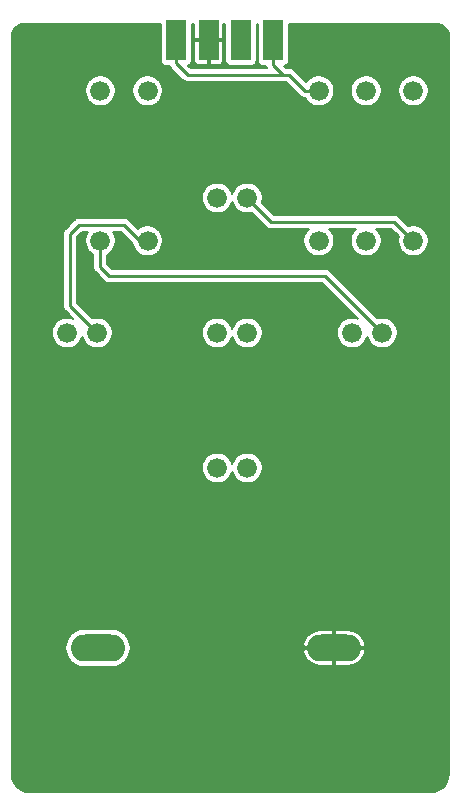
<source format=gbr>
G04 #@! TF.GenerationSoftware,KiCad,Pcbnew,(5.1.5)-3*
G04 #@! TF.CreationDate,2020-09-28T00:58:47+02:00*
G04 #@! TF.ProjectId,joytester,6a6f7974-6573-4746-9572-2e6b69636164,rev?*
G04 #@! TF.SameCoordinates,Original*
G04 #@! TF.FileFunction,Copper,L2,Bot*
G04 #@! TF.FilePolarity,Positive*
%FSLAX46Y46*%
G04 Gerber Fmt 4.6, Leading zero omitted, Abs format (unit mm)*
G04 Created by KiCad (PCBNEW (5.1.5)-3) date 2020-09-28 00:58:47*
%MOMM*%
%LPD*%
G04 APERTURE LIST*
%ADD10O,4.572000X2.286000*%
%ADD11C,1.676400*%
%ADD12R,1.700000X3.500000*%
%ADD13C,0.254000*%
%ADD14C,0.250000*%
%ADD15C,0.127000*%
G04 APERTURE END LIST*
D10*
X157306100Y-125318600D03*
X137306100Y-125318600D03*
D11*
X149936100Y-110078600D03*
X147396100Y-110078600D03*
X149936100Y-98648600D03*
X147396100Y-98648600D03*
X137236100Y-98648600D03*
X134696100Y-98648600D03*
X156000000Y-90850000D03*
X156000000Y-78150000D03*
X141500000Y-90850000D03*
X141500000Y-78150000D03*
X137500000Y-90850000D03*
X137500000Y-78150000D03*
X164000000Y-90850000D03*
X164000000Y-78150000D03*
X160000000Y-90850000D03*
X160000000Y-78150000D03*
X161366100Y-98648600D03*
X158826100Y-98648600D03*
X149936100Y-87218600D03*
X147396100Y-87218600D03*
D12*
X143916300Y-73832800D03*
X146659500Y-73832800D03*
X149402700Y-73832800D03*
X152145900Y-73832800D03*
D13*
X141046100Y-91028600D02*
X139522100Y-89504600D01*
X134950100Y-90266600D02*
X134950100Y-96362600D01*
X134950100Y-96362600D02*
X137236100Y-98648600D01*
X139522100Y-89504600D02*
X135712100Y-89504600D01*
X135712100Y-89504600D02*
X134950100Y-90266600D01*
X156540100Y-93822600D02*
X138252100Y-93822600D01*
X161366100Y-98648600D02*
X156540100Y-93822600D01*
D14*
X137500000Y-93070500D02*
X137500000Y-90850000D01*
X138252100Y-93822600D02*
X137500000Y-93070500D01*
D13*
X164160100Y-91028600D02*
X162382100Y-89250600D01*
X162382100Y-89250600D02*
X151968100Y-89250600D01*
X151968100Y-89250600D02*
X149936100Y-87218600D01*
X152145900Y-75966400D02*
X152145900Y-73832800D01*
X152984100Y-76804600D02*
X152145900Y-75966400D01*
D14*
X143916300Y-75832800D02*
X143916300Y-73832800D01*
X153195400Y-76804600D02*
X144888100Y-76804600D01*
X144888100Y-76804600D02*
X143916300Y-75832800D01*
D13*
X153195400Y-76804600D02*
X152984100Y-76804600D01*
D14*
X153469207Y-76804600D02*
X152984100Y-76804600D01*
X154814607Y-78150000D02*
X153469207Y-76804600D01*
X156000000Y-78150000D02*
X154814607Y-78150000D01*
D15*
G36*
X142594127Y-75582800D02*
G01*
X142603200Y-75674916D01*
X142630069Y-75763493D01*
X142673702Y-75845125D01*
X142732423Y-75916677D01*
X142803975Y-75975398D01*
X142885607Y-76019031D01*
X142974184Y-76045900D01*
X143066300Y-76054973D01*
X143362027Y-76054973D01*
X143364025Y-76061559D01*
X143419266Y-76164907D01*
X143493607Y-76255493D01*
X143516309Y-76274124D01*
X144446779Y-77204595D01*
X144465407Y-77227293D01*
X144488103Y-77245919D01*
X144488104Y-77245920D01*
X144555992Y-77301634D01*
X144659340Y-77356875D01*
X144771479Y-77390892D01*
X144888100Y-77402378D01*
X144917321Y-77399500D01*
X152934472Y-77399500D01*
X152954778Y-77401500D01*
X152954788Y-77401500D01*
X152984100Y-77404387D01*
X153013411Y-77401500D01*
X153224722Y-77401500D01*
X153224786Y-77401494D01*
X154373287Y-78549996D01*
X154391914Y-78572693D01*
X154482499Y-78647034D01*
X154585847Y-78702275D01*
X154697986Y-78736292D01*
X154785386Y-78744900D01*
X154785388Y-78744900D01*
X154814607Y-78747778D01*
X154831059Y-78746157D01*
X154840777Y-78769618D01*
X154983933Y-78983865D01*
X155166135Y-79166067D01*
X155380382Y-79309223D01*
X155618441Y-79407830D01*
X155871163Y-79458100D01*
X156128837Y-79458100D01*
X156381559Y-79407830D01*
X156619618Y-79309223D01*
X156833865Y-79166067D01*
X157016067Y-78983865D01*
X157159223Y-78769618D01*
X157257830Y-78531559D01*
X157308100Y-78278837D01*
X157308100Y-78021163D01*
X158691900Y-78021163D01*
X158691900Y-78278837D01*
X158742170Y-78531559D01*
X158840777Y-78769618D01*
X158983933Y-78983865D01*
X159166135Y-79166067D01*
X159380382Y-79309223D01*
X159618441Y-79407830D01*
X159871163Y-79458100D01*
X160128837Y-79458100D01*
X160381559Y-79407830D01*
X160619618Y-79309223D01*
X160833865Y-79166067D01*
X161016067Y-78983865D01*
X161159223Y-78769618D01*
X161257830Y-78531559D01*
X161308100Y-78278837D01*
X161308100Y-78021163D01*
X162691900Y-78021163D01*
X162691900Y-78278837D01*
X162742170Y-78531559D01*
X162840777Y-78769618D01*
X162983933Y-78983865D01*
X163166135Y-79166067D01*
X163380382Y-79309223D01*
X163618441Y-79407830D01*
X163871163Y-79458100D01*
X164128837Y-79458100D01*
X164381559Y-79407830D01*
X164619618Y-79309223D01*
X164833865Y-79166067D01*
X165016067Y-78983865D01*
X165159223Y-78769618D01*
X165257830Y-78531559D01*
X165308100Y-78278837D01*
X165308100Y-78021163D01*
X165257830Y-77768441D01*
X165159223Y-77530382D01*
X165016067Y-77316135D01*
X164833865Y-77133933D01*
X164619618Y-76990777D01*
X164381559Y-76892170D01*
X164128837Y-76841900D01*
X163871163Y-76841900D01*
X163618441Y-76892170D01*
X163380382Y-76990777D01*
X163166135Y-77133933D01*
X162983933Y-77316135D01*
X162840777Y-77530382D01*
X162742170Y-77768441D01*
X162691900Y-78021163D01*
X161308100Y-78021163D01*
X161257830Y-77768441D01*
X161159223Y-77530382D01*
X161016067Y-77316135D01*
X160833865Y-77133933D01*
X160619618Y-76990777D01*
X160381559Y-76892170D01*
X160128837Y-76841900D01*
X159871163Y-76841900D01*
X159618441Y-76892170D01*
X159380382Y-76990777D01*
X159166135Y-77133933D01*
X158983933Y-77316135D01*
X158840777Y-77530382D01*
X158742170Y-77768441D01*
X158691900Y-78021163D01*
X157308100Y-78021163D01*
X157257830Y-77768441D01*
X157159223Y-77530382D01*
X157016067Y-77316135D01*
X156833865Y-77133933D01*
X156619618Y-76990777D01*
X156381559Y-76892170D01*
X156128837Y-76841900D01*
X155871163Y-76841900D01*
X155618441Y-76892170D01*
X155380382Y-76990777D01*
X155166135Y-77133933D01*
X154983933Y-77316135D01*
X154919095Y-77413172D01*
X153910531Y-76404609D01*
X153891900Y-76381907D01*
X153801315Y-76307566D01*
X153697967Y-76252325D01*
X153585828Y-76218308D01*
X153498428Y-76209700D01*
X153498425Y-76209700D01*
X153469207Y-76206822D01*
X153439989Y-76209700D01*
X153245028Y-76209700D01*
X153232067Y-76208423D01*
X153071200Y-76047556D01*
X153088016Y-76045900D01*
X153176593Y-76019031D01*
X153258225Y-75975398D01*
X153329777Y-75916677D01*
X153388498Y-75845125D01*
X153432131Y-75763493D01*
X153459000Y-75674916D01*
X153468073Y-75582800D01*
X153468073Y-72494900D01*
X165975797Y-72494900D01*
X166194766Y-72516370D01*
X166382106Y-72572931D01*
X166554900Y-72664808D01*
X166706555Y-72788494D01*
X166831297Y-72939282D01*
X166924378Y-73111431D01*
X166982246Y-73298372D01*
X167005101Y-73515827D01*
X167005100Y-135975795D01*
X166974107Y-136291880D01*
X166889341Y-136572642D01*
X166751653Y-136831595D01*
X166566290Y-137058873D01*
X166340314Y-137245817D01*
X166082330Y-137385308D01*
X165802167Y-137472033D01*
X165487559Y-137505100D01*
X131524205Y-137505100D01*
X131208120Y-137474107D01*
X130927358Y-137389341D01*
X130668405Y-137251653D01*
X130441127Y-137066290D01*
X130254183Y-136840314D01*
X130114692Y-136582330D01*
X130027967Y-136302167D01*
X129994900Y-135987559D01*
X129994900Y-125318600D01*
X134542396Y-125318600D01*
X134573537Y-125634784D01*
X134665765Y-125938817D01*
X134815534Y-126219015D01*
X135017089Y-126464611D01*
X135262685Y-126666166D01*
X135542883Y-126815935D01*
X135846916Y-126908163D01*
X136083864Y-126931500D01*
X138528336Y-126931500D01*
X138765284Y-126908163D01*
X139069317Y-126815935D01*
X139349515Y-126666166D01*
X139595111Y-126464611D01*
X139796666Y-126219015D01*
X139946435Y-125938817D01*
X140036504Y-125641899D01*
X154687604Y-125641899D01*
X154733713Y-125814880D01*
X154857998Y-126084204D01*
X155032437Y-126324106D01*
X155250327Y-126525367D01*
X155503294Y-126680253D01*
X155781617Y-126782811D01*
X156074600Y-126829100D01*
X157217600Y-126829100D01*
X157217600Y-125407100D01*
X157394600Y-125407100D01*
X157394600Y-126829100D01*
X158537600Y-126829100D01*
X158830583Y-126782811D01*
X159108906Y-126680253D01*
X159361873Y-126525367D01*
X159579763Y-126324106D01*
X159754202Y-126084204D01*
X159878487Y-125814880D01*
X159924596Y-125641899D01*
X159864962Y-125407100D01*
X157394600Y-125407100D01*
X157217600Y-125407100D01*
X154747238Y-125407100D01*
X154687604Y-125641899D01*
X140036504Y-125641899D01*
X140038663Y-125634784D01*
X140069804Y-125318600D01*
X140038663Y-125002416D01*
X140036505Y-124995301D01*
X154687604Y-124995301D01*
X154747238Y-125230100D01*
X157217600Y-125230100D01*
X157217600Y-123808100D01*
X157394600Y-123808100D01*
X157394600Y-125230100D01*
X159864962Y-125230100D01*
X159924596Y-124995301D01*
X159878487Y-124822320D01*
X159754202Y-124552996D01*
X159579763Y-124313094D01*
X159361873Y-124111833D01*
X159108906Y-123956947D01*
X158830583Y-123854389D01*
X158537600Y-123808100D01*
X157394600Y-123808100D01*
X157217600Y-123808100D01*
X156074600Y-123808100D01*
X155781617Y-123854389D01*
X155503294Y-123956947D01*
X155250327Y-124111833D01*
X155032437Y-124313094D01*
X154857998Y-124552996D01*
X154733713Y-124822320D01*
X154687604Y-124995301D01*
X140036505Y-124995301D01*
X139946435Y-124698383D01*
X139796666Y-124418185D01*
X139595111Y-124172589D01*
X139349515Y-123971034D01*
X139069317Y-123821265D01*
X138765284Y-123729037D01*
X138528336Y-123705700D01*
X136083864Y-123705700D01*
X135846916Y-123729037D01*
X135542883Y-123821265D01*
X135262685Y-123971034D01*
X135017089Y-124172589D01*
X134815534Y-124418185D01*
X134665765Y-124698383D01*
X134573537Y-125002416D01*
X134542396Y-125318600D01*
X129994900Y-125318600D01*
X129994900Y-109949763D01*
X146088000Y-109949763D01*
X146088000Y-110207437D01*
X146138270Y-110460159D01*
X146236877Y-110698218D01*
X146380033Y-110912465D01*
X146562235Y-111094667D01*
X146776482Y-111237823D01*
X147014541Y-111336430D01*
X147267263Y-111386700D01*
X147524937Y-111386700D01*
X147777659Y-111336430D01*
X148015718Y-111237823D01*
X148229965Y-111094667D01*
X148412167Y-110912465D01*
X148555323Y-110698218D01*
X148653930Y-110460159D01*
X148666100Y-110398977D01*
X148678270Y-110460159D01*
X148776877Y-110698218D01*
X148920033Y-110912465D01*
X149102235Y-111094667D01*
X149316482Y-111237823D01*
X149554541Y-111336430D01*
X149807263Y-111386700D01*
X150064937Y-111386700D01*
X150317659Y-111336430D01*
X150555718Y-111237823D01*
X150769965Y-111094667D01*
X150952167Y-110912465D01*
X151095323Y-110698218D01*
X151193930Y-110460159D01*
X151244200Y-110207437D01*
X151244200Y-109949763D01*
X151193930Y-109697041D01*
X151095323Y-109458982D01*
X150952167Y-109244735D01*
X150769965Y-109062533D01*
X150555718Y-108919377D01*
X150317659Y-108820770D01*
X150064937Y-108770500D01*
X149807263Y-108770500D01*
X149554541Y-108820770D01*
X149316482Y-108919377D01*
X149102235Y-109062533D01*
X148920033Y-109244735D01*
X148776877Y-109458982D01*
X148678270Y-109697041D01*
X148666100Y-109758223D01*
X148653930Y-109697041D01*
X148555323Y-109458982D01*
X148412167Y-109244735D01*
X148229965Y-109062533D01*
X148015718Y-108919377D01*
X147777659Y-108820770D01*
X147524937Y-108770500D01*
X147267263Y-108770500D01*
X147014541Y-108820770D01*
X146776482Y-108919377D01*
X146562235Y-109062533D01*
X146380033Y-109244735D01*
X146236877Y-109458982D01*
X146138270Y-109697041D01*
X146088000Y-109949763D01*
X129994900Y-109949763D01*
X129994900Y-98519763D01*
X133388000Y-98519763D01*
X133388000Y-98777437D01*
X133438270Y-99030159D01*
X133536877Y-99268218D01*
X133680033Y-99482465D01*
X133862235Y-99664667D01*
X134076482Y-99807823D01*
X134314541Y-99906430D01*
X134567263Y-99956700D01*
X134824937Y-99956700D01*
X135077659Y-99906430D01*
X135315718Y-99807823D01*
X135529965Y-99664667D01*
X135712167Y-99482465D01*
X135855323Y-99268218D01*
X135953930Y-99030159D01*
X135966100Y-98968977D01*
X135978270Y-99030159D01*
X136076877Y-99268218D01*
X136220033Y-99482465D01*
X136402235Y-99664667D01*
X136616482Y-99807823D01*
X136854541Y-99906430D01*
X137107263Y-99956700D01*
X137364937Y-99956700D01*
X137617659Y-99906430D01*
X137855718Y-99807823D01*
X138069965Y-99664667D01*
X138252167Y-99482465D01*
X138395323Y-99268218D01*
X138493930Y-99030159D01*
X138544200Y-98777437D01*
X138544200Y-98519763D01*
X146088000Y-98519763D01*
X146088000Y-98777437D01*
X146138270Y-99030159D01*
X146236877Y-99268218D01*
X146380033Y-99482465D01*
X146562235Y-99664667D01*
X146776482Y-99807823D01*
X147014541Y-99906430D01*
X147267263Y-99956700D01*
X147524937Y-99956700D01*
X147777659Y-99906430D01*
X148015718Y-99807823D01*
X148229965Y-99664667D01*
X148412167Y-99482465D01*
X148555323Y-99268218D01*
X148653930Y-99030159D01*
X148666100Y-98968977D01*
X148678270Y-99030159D01*
X148776877Y-99268218D01*
X148920033Y-99482465D01*
X149102235Y-99664667D01*
X149316482Y-99807823D01*
X149554541Y-99906430D01*
X149807263Y-99956700D01*
X150064937Y-99956700D01*
X150317659Y-99906430D01*
X150555718Y-99807823D01*
X150769965Y-99664667D01*
X150952167Y-99482465D01*
X151095323Y-99268218D01*
X151193930Y-99030159D01*
X151244200Y-98777437D01*
X151244200Y-98519763D01*
X151193930Y-98267041D01*
X151095323Y-98028982D01*
X150952167Y-97814735D01*
X150769965Y-97632533D01*
X150555718Y-97489377D01*
X150317659Y-97390770D01*
X150064937Y-97340500D01*
X149807263Y-97340500D01*
X149554541Y-97390770D01*
X149316482Y-97489377D01*
X149102235Y-97632533D01*
X148920033Y-97814735D01*
X148776877Y-98028982D01*
X148678270Y-98267041D01*
X148666100Y-98328223D01*
X148653930Y-98267041D01*
X148555323Y-98028982D01*
X148412167Y-97814735D01*
X148229965Y-97632533D01*
X148015718Y-97489377D01*
X147777659Y-97390770D01*
X147524937Y-97340500D01*
X147267263Y-97340500D01*
X147014541Y-97390770D01*
X146776482Y-97489377D01*
X146562235Y-97632533D01*
X146380033Y-97814735D01*
X146236877Y-98028982D01*
X146138270Y-98267041D01*
X146088000Y-98519763D01*
X138544200Y-98519763D01*
X138493930Y-98267041D01*
X138395323Y-98028982D01*
X138252167Y-97814735D01*
X138069965Y-97632533D01*
X137855718Y-97489377D01*
X137617659Y-97390770D01*
X137364937Y-97340500D01*
X137107263Y-97340500D01*
X136854541Y-97390770D01*
X136831824Y-97400180D01*
X135547000Y-96115357D01*
X135547000Y-90513843D01*
X135959345Y-90101500D01*
X136426894Y-90101500D01*
X136340777Y-90230382D01*
X136242170Y-90468441D01*
X136191900Y-90721163D01*
X136191900Y-90978837D01*
X136242170Y-91231559D01*
X136340777Y-91469618D01*
X136483933Y-91683865D01*
X136666135Y-91866067D01*
X136880382Y-92009223D01*
X136905100Y-92019462D01*
X136905100Y-93041281D01*
X136902222Y-93070500D01*
X136905100Y-93099718D01*
X136905100Y-93099720D01*
X136913708Y-93187120D01*
X136947725Y-93299259D01*
X137002966Y-93402607D01*
X137077307Y-93493193D01*
X137100009Y-93511824D01*
X137796353Y-94208169D01*
X137827986Y-94246714D01*
X137918876Y-94321305D01*
X138022571Y-94376732D01*
X138135087Y-94410863D01*
X138222778Y-94419500D01*
X138243185Y-94419500D01*
X138252099Y-94420378D01*
X138261013Y-94419500D01*
X156292857Y-94419500D01*
X159304053Y-97430698D01*
X159207659Y-97390770D01*
X158954937Y-97340500D01*
X158697263Y-97340500D01*
X158444541Y-97390770D01*
X158206482Y-97489377D01*
X157992235Y-97632533D01*
X157810033Y-97814735D01*
X157666877Y-98028982D01*
X157568270Y-98267041D01*
X157518000Y-98519763D01*
X157518000Y-98777437D01*
X157568270Y-99030159D01*
X157666877Y-99268218D01*
X157810033Y-99482465D01*
X157992235Y-99664667D01*
X158206482Y-99807823D01*
X158444541Y-99906430D01*
X158697263Y-99956700D01*
X158954937Y-99956700D01*
X159207659Y-99906430D01*
X159445718Y-99807823D01*
X159659965Y-99664667D01*
X159842167Y-99482465D01*
X159985323Y-99268218D01*
X160083930Y-99030159D01*
X160096100Y-98968977D01*
X160108270Y-99030159D01*
X160206877Y-99268218D01*
X160350033Y-99482465D01*
X160532235Y-99664667D01*
X160746482Y-99807823D01*
X160984541Y-99906430D01*
X161237263Y-99956700D01*
X161494937Y-99956700D01*
X161747659Y-99906430D01*
X161985718Y-99807823D01*
X162199965Y-99664667D01*
X162382167Y-99482465D01*
X162525323Y-99268218D01*
X162623930Y-99030159D01*
X162674200Y-98777437D01*
X162674200Y-98519763D01*
X162623930Y-98267041D01*
X162525323Y-98028982D01*
X162382167Y-97814735D01*
X162199965Y-97632533D01*
X161985718Y-97489377D01*
X161747659Y-97390770D01*
X161494937Y-97340500D01*
X161237263Y-97340500D01*
X160984541Y-97390770D01*
X160961824Y-97400180D01*
X156982909Y-93421266D01*
X156964214Y-93398486D01*
X156873324Y-93323895D01*
X156769629Y-93268468D01*
X156657113Y-93234337D01*
X156569422Y-93225700D01*
X156569411Y-93225700D01*
X156540100Y-93222813D01*
X156510789Y-93225700D01*
X138496516Y-93225700D01*
X138094900Y-92824085D01*
X138094900Y-92019462D01*
X138119618Y-92009223D01*
X138333865Y-91866067D01*
X138516067Y-91683865D01*
X138659223Y-91469618D01*
X138757830Y-91231559D01*
X138808100Y-90978837D01*
X138808100Y-90721163D01*
X138757830Y-90468441D01*
X138659223Y-90230382D01*
X138573106Y-90101500D01*
X139274857Y-90101500D01*
X140201759Y-91028403D01*
X140242170Y-91231559D01*
X140340777Y-91469618D01*
X140483933Y-91683865D01*
X140666135Y-91866067D01*
X140880382Y-92009223D01*
X141118441Y-92107830D01*
X141371163Y-92158100D01*
X141628837Y-92158100D01*
X141881559Y-92107830D01*
X142119618Y-92009223D01*
X142333865Y-91866067D01*
X142516067Y-91683865D01*
X142659223Y-91469618D01*
X142757830Y-91231559D01*
X142808100Y-90978837D01*
X142808100Y-90721163D01*
X142757830Y-90468441D01*
X142659223Y-90230382D01*
X142516067Y-90016135D01*
X142333865Y-89833933D01*
X142119618Y-89690777D01*
X141881559Y-89592170D01*
X141628837Y-89541900D01*
X141371163Y-89541900D01*
X141118441Y-89592170D01*
X140880382Y-89690777D01*
X140683784Y-89822140D01*
X139964909Y-89103266D01*
X139946214Y-89080486D01*
X139855324Y-89005895D01*
X139751629Y-88950468D01*
X139639113Y-88916337D01*
X139551422Y-88907700D01*
X139551411Y-88907700D01*
X139522100Y-88904813D01*
X139492789Y-88907700D01*
X135741411Y-88907700D01*
X135712100Y-88904813D01*
X135682788Y-88907700D01*
X135682778Y-88907700D01*
X135595087Y-88916337D01*
X135482571Y-88950468D01*
X135378876Y-89005895D01*
X135310761Y-89061794D01*
X135310755Y-89061800D01*
X135287986Y-89080486D01*
X135269300Y-89103255D01*
X134548765Y-89823792D01*
X134525986Y-89842486D01*
X134507295Y-89865262D01*
X134451395Y-89933376D01*
X134414017Y-90003305D01*
X134395968Y-90037072D01*
X134361837Y-90149588D01*
X134353200Y-90237279D01*
X134353200Y-90237289D01*
X134350313Y-90266600D01*
X134353200Y-90295911D01*
X134353201Y-96333279D01*
X134350313Y-96362600D01*
X134361838Y-96479612D01*
X134395968Y-96592128D01*
X134451395Y-96695824D01*
X134507295Y-96763938D01*
X134525987Y-96786714D01*
X134548761Y-96805404D01*
X135174055Y-97430699D01*
X135077659Y-97390770D01*
X134824937Y-97340500D01*
X134567263Y-97340500D01*
X134314541Y-97390770D01*
X134076482Y-97489377D01*
X133862235Y-97632533D01*
X133680033Y-97814735D01*
X133536877Y-98028982D01*
X133438270Y-98267041D01*
X133388000Y-98519763D01*
X129994900Y-98519763D01*
X129994900Y-87089763D01*
X146088000Y-87089763D01*
X146088000Y-87347437D01*
X146138270Y-87600159D01*
X146236877Y-87838218D01*
X146380033Y-88052465D01*
X146562235Y-88234667D01*
X146776482Y-88377823D01*
X147014541Y-88476430D01*
X147267263Y-88526700D01*
X147524937Y-88526700D01*
X147777659Y-88476430D01*
X148015718Y-88377823D01*
X148229965Y-88234667D01*
X148412167Y-88052465D01*
X148555323Y-87838218D01*
X148653930Y-87600159D01*
X148666100Y-87538977D01*
X148678270Y-87600159D01*
X148776877Y-87838218D01*
X148920033Y-88052465D01*
X149102235Y-88234667D01*
X149316482Y-88377823D01*
X149554541Y-88476430D01*
X149807263Y-88526700D01*
X150064937Y-88526700D01*
X150317659Y-88476430D01*
X150340377Y-88467020D01*
X151525294Y-89651938D01*
X151543986Y-89674714D01*
X151566760Y-89693404D01*
X151566761Y-89693405D01*
X151634875Y-89749305D01*
X151738571Y-89804732D01*
X151851087Y-89838863D01*
X151938778Y-89847500D01*
X151938788Y-89847500D01*
X151968100Y-89850387D01*
X151997411Y-89847500D01*
X155152568Y-89847500D01*
X154983933Y-90016135D01*
X154840777Y-90230382D01*
X154742170Y-90468441D01*
X154691900Y-90721163D01*
X154691900Y-90978837D01*
X154742170Y-91231559D01*
X154840777Y-91469618D01*
X154983933Y-91683865D01*
X155166135Y-91866067D01*
X155380382Y-92009223D01*
X155618441Y-92107830D01*
X155871163Y-92158100D01*
X156128837Y-92158100D01*
X156381559Y-92107830D01*
X156619618Y-92009223D01*
X156833865Y-91866067D01*
X157016067Y-91683865D01*
X157159223Y-91469618D01*
X157257830Y-91231559D01*
X157308100Y-90978837D01*
X157308100Y-90721163D01*
X157257830Y-90468441D01*
X157159223Y-90230382D01*
X157016067Y-90016135D01*
X156847432Y-89847500D01*
X159152568Y-89847500D01*
X158983933Y-90016135D01*
X158840777Y-90230382D01*
X158742170Y-90468441D01*
X158691900Y-90721163D01*
X158691900Y-90978837D01*
X158742170Y-91231559D01*
X158840777Y-91469618D01*
X158983933Y-91683865D01*
X159166135Y-91866067D01*
X159380382Y-92009223D01*
X159618441Y-92107830D01*
X159871163Y-92158100D01*
X160128837Y-92158100D01*
X160381559Y-92107830D01*
X160619618Y-92009223D01*
X160833865Y-91866067D01*
X161016067Y-91683865D01*
X161159223Y-91469618D01*
X161257830Y-91231559D01*
X161308100Y-90978837D01*
X161308100Y-90721163D01*
X161257830Y-90468441D01*
X161159223Y-90230382D01*
X161016067Y-90016135D01*
X160847432Y-89847500D01*
X162134857Y-89847500D01*
X162746161Y-90458805D01*
X162742170Y-90468441D01*
X162691900Y-90721163D01*
X162691900Y-90978837D01*
X162742170Y-91231559D01*
X162840777Y-91469618D01*
X162983933Y-91683865D01*
X163166135Y-91866067D01*
X163380382Y-92009223D01*
X163618441Y-92107830D01*
X163871163Y-92158100D01*
X164128837Y-92158100D01*
X164381559Y-92107830D01*
X164619618Y-92009223D01*
X164833865Y-91866067D01*
X165016067Y-91683865D01*
X165159223Y-91469618D01*
X165257830Y-91231559D01*
X165308100Y-90978837D01*
X165308100Y-90721163D01*
X165257830Y-90468441D01*
X165159223Y-90230382D01*
X165016067Y-90016135D01*
X164833865Y-89833933D01*
X164619618Y-89690777D01*
X164381559Y-89592170D01*
X164128837Y-89541900D01*
X163871163Y-89541900D01*
X163618441Y-89592170D01*
X163582642Y-89606998D01*
X162824908Y-88849265D01*
X162806214Y-88826486D01*
X162715324Y-88751895D01*
X162611629Y-88696468D01*
X162499113Y-88662337D01*
X162411422Y-88653700D01*
X162411411Y-88653700D01*
X162382100Y-88650813D01*
X162352789Y-88653700D01*
X152215344Y-88653700D01*
X151184520Y-87622877D01*
X151193930Y-87600159D01*
X151244200Y-87347437D01*
X151244200Y-87089763D01*
X151193930Y-86837041D01*
X151095323Y-86598982D01*
X150952167Y-86384735D01*
X150769965Y-86202533D01*
X150555718Y-86059377D01*
X150317659Y-85960770D01*
X150064937Y-85910500D01*
X149807263Y-85910500D01*
X149554541Y-85960770D01*
X149316482Y-86059377D01*
X149102235Y-86202533D01*
X148920033Y-86384735D01*
X148776877Y-86598982D01*
X148678270Y-86837041D01*
X148666100Y-86898223D01*
X148653930Y-86837041D01*
X148555323Y-86598982D01*
X148412167Y-86384735D01*
X148229965Y-86202533D01*
X148015718Y-86059377D01*
X147777659Y-85960770D01*
X147524937Y-85910500D01*
X147267263Y-85910500D01*
X147014541Y-85960770D01*
X146776482Y-86059377D01*
X146562235Y-86202533D01*
X146380033Y-86384735D01*
X146236877Y-86598982D01*
X146138270Y-86837041D01*
X146088000Y-87089763D01*
X129994900Y-87089763D01*
X129994900Y-78021163D01*
X136191900Y-78021163D01*
X136191900Y-78278837D01*
X136242170Y-78531559D01*
X136340777Y-78769618D01*
X136483933Y-78983865D01*
X136666135Y-79166067D01*
X136880382Y-79309223D01*
X137118441Y-79407830D01*
X137371163Y-79458100D01*
X137628837Y-79458100D01*
X137881559Y-79407830D01*
X138119618Y-79309223D01*
X138333865Y-79166067D01*
X138516067Y-78983865D01*
X138659223Y-78769618D01*
X138757830Y-78531559D01*
X138808100Y-78278837D01*
X138808100Y-78021163D01*
X140191900Y-78021163D01*
X140191900Y-78278837D01*
X140242170Y-78531559D01*
X140340777Y-78769618D01*
X140483933Y-78983865D01*
X140666135Y-79166067D01*
X140880382Y-79309223D01*
X141118441Y-79407830D01*
X141371163Y-79458100D01*
X141628837Y-79458100D01*
X141881559Y-79407830D01*
X142119618Y-79309223D01*
X142333865Y-79166067D01*
X142516067Y-78983865D01*
X142659223Y-78769618D01*
X142757830Y-78531559D01*
X142808100Y-78278837D01*
X142808100Y-78021163D01*
X142757830Y-77768441D01*
X142659223Y-77530382D01*
X142516067Y-77316135D01*
X142333865Y-77133933D01*
X142119618Y-76990777D01*
X141881559Y-76892170D01*
X141628837Y-76841900D01*
X141371163Y-76841900D01*
X141118441Y-76892170D01*
X140880382Y-76990777D01*
X140666135Y-77133933D01*
X140483933Y-77316135D01*
X140340777Y-77530382D01*
X140242170Y-77768441D01*
X140191900Y-78021163D01*
X138808100Y-78021163D01*
X138757830Y-77768441D01*
X138659223Y-77530382D01*
X138516067Y-77316135D01*
X138333865Y-77133933D01*
X138119618Y-76990777D01*
X137881559Y-76892170D01*
X137628837Y-76841900D01*
X137371163Y-76841900D01*
X137118441Y-76892170D01*
X136880382Y-76990777D01*
X136666135Y-77133933D01*
X136483933Y-77316135D01*
X136340777Y-77530382D01*
X136242170Y-77768441D01*
X136191900Y-78021163D01*
X129994900Y-78021163D01*
X129994900Y-73524203D01*
X130016370Y-73305234D01*
X130072931Y-73117894D01*
X130164808Y-72945100D01*
X130288494Y-72793445D01*
X130439282Y-72668703D01*
X130611431Y-72575622D01*
X130798372Y-72517754D01*
X131015817Y-72494900D01*
X142594127Y-72494900D01*
X142594127Y-75582800D01*
G37*
X142594127Y-75582800D02*
X142603200Y-75674916D01*
X142630069Y-75763493D01*
X142673702Y-75845125D01*
X142732423Y-75916677D01*
X142803975Y-75975398D01*
X142885607Y-76019031D01*
X142974184Y-76045900D01*
X143066300Y-76054973D01*
X143362027Y-76054973D01*
X143364025Y-76061559D01*
X143419266Y-76164907D01*
X143493607Y-76255493D01*
X143516309Y-76274124D01*
X144446779Y-77204595D01*
X144465407Y-77227293D01*
X144488103Y-77245919D01*
X144488104Y-77245920D01*
X144555992Y-77301634D01*
X144659340Y-77356875D01*
X144771479Y-77390892D01*
X144888100Y-77402378D01*
X144917321Y-77399500D01*
X152934472Y-77399500D01*
X152954778Y-77401500D01*
X152954788Y-77401500D01*
X152984100Y-77404387D01*
X153013411Y-77401500D01*
X153224722Y-77401500D01*
X153224786Y-77401494D01*
X154373287Y-78549996D01*
X154391914Y-78572693D01*
X154482499Y-78647034D01*
X154585847Y-78702275D01*
X154697986Y-78736292D01*
X154785386Y-78744900D01*
X154785388Y-78744900D01*
X154814607Y-78747778D01*
X154831059Y-78746157D01*
X154840777Y-78769618D01*
X154983933Y-78983865D01*
X155166135Y-79166067D01*
X155380382Y-79309223D01*
X155618441Y-79407830D01*
X155871163Y-79458100D01*
X156128837Y-79458100D01*
X156381559Y-79407830D01*
X156619618Y-79309223D01*
X156833865Y-79166067D01*
X157016067Y-78983865D01*
X157159223Y-78769618D01*
X157257830Y-78531559D01*
X157308100Y-78278837D01*
X157308100Y-78021163D01*
X158691900Y-78021163D01*
X158691900Y-78278837D01*
X158742170Y-78531559D01*
X158840777Y-78769618D01*
X158983933Y-78983865D01*
X159166135Y-79166067D01*
X159380382Y-79309223D01*
X159618441Y-79407830D01*
X159871163Y-79458100D01*
X160128837Y-79458100D01*
X160381559Y-79407830D01*
X160619618Y-79309223D01*
X160833865Y-79166067D01*
X161016067Y-78983865D01*
X161159223Y-78769618D01*
X161257830Y-78531559D01*
X161308100Y-78278837D01*
X161308100Y-78021163D01*
X162691900Y-78021163D01*
X162691900Y-78278837D01*
X162742170Y-78531559D01*
X162840777Y-78769618D01*
X162983933Y-78983865D01*
X163166135Y-79166067D01*
X163380382Y-79309223D01*
X163618441Y-79407830D01*
X163871163Y-79458100D01*
X164128837Y-79458100D01*
X164381559Y-79407830D01*
X164619618Y-79309223D01*
X164833865Y-79166067D01*
X165016067Y-78983865D01*
X165159223Y-78769618D01*
X165257830Y-78531559D01*
X165308100Y-78278837D01*
X165308100Y-78021163D01*
X165257830Y-77768441D01*
X165159223Y-77530382D01*
X165016067Y-77316135D01*
X164833865Y-77133933D01*
X164619618Y-76990777D01*
X164381559Y-76892170D01*
X164128837Y-76841900D01*
X163871163Y-76841900D01*
X163618441Y-76892170D01*
X163380382Y-76990777D01*
X163166135Y-77133933D01*
X162983933Y-77316135D01*
X162840777Y-77530382D01*
X162742170Y-77768441D01*
X162691900Y-78021163D01*
X161308100Y-78021163D01*
X161257830Y-77768441D01*
X161159223Y-77530382D01*
X161016067Y-77316135D01*
X160833865Y-77133933D01*
X160619618Y-76990777D01*
X160381559Y-76892170D01*
X160128837Y-76841900D01*
X159871163Y-76841900D01*
X159618441Y-76892170D01*
X159380382Y-76990777D01*
X159166135Y-77133933D01*
X158983933Y-77316135D01*
X158840777Y-77530382D01*
X158742170Y-77768441D01*
X158691900Y-78021163D01*
X157308100Y-78021163D01*
X157257830Y-77768441D01*
X157159223Y-77530382D01*
X157016067Y-77316135D01*
X156833865Y-77133933D01*
X156619618Y-76990777D01*
X156381559Y-76892170D01*
X156128837Y-76841900D01*
X155871163Y-76841900D01*
X155618441Y-76892170D01*
X155380382Y-76990777D01*
X155166135Y-77133933D01*
X154983933Y-77316135D01*
X154919095Y-77413172D01*
X153910531Y-76404609D01*
X153891900Y-76381907D01*
X153801315Y-76307566D01*
X153697967Y-76252325D01*
X153585828Y-76218308D01*
X153498428Y-76209700D01*
X153498425Y-76209700D01*
X153469207Y-76206822D01*
X153439989Y-76209700D01*
X153245028Y-76209700D01*
X153232067Y-76208423D01*
X153071200Y-76047556D01*
X153088016Y-76045900D01*
X153176593Y-76019031D01*
X153258225Y-75975398D01*
X153329777Y-75916677D01*
X153388498Y-75845125D01*
X153432131Y-75763493D01*
X153459000Y-75674916D01*
X153468073Y-75582800D01*
X153468073Y-72494900D01*
X165975797Y-72494900D01*
X166194766Y-72516370D01*
X166382106Y-72572931D01*
X166554900Y-72664808D01*
X166706555Y-72788494D01*
X166831297Y-72939282D01*
X166924378Y-73111431D01*
X166982246Y-73298372D01*
X167005101Y-73515827D01*
X167005100Y-135975795D01*
X166974107Y-136291880D01*
X166889341Y-136572642D01*
X166751653Y-136831595D01*
X166566290Y-137058873D01*
X166340314Y-137245817D01*
X166082330Y-137385308D01*
X165802167Y-137472033D01*
X165487559Y-137505100D01*
X131524205Y-137505100D01*
X131208120Y-137474107D01*
X130927358Y-137389341D01*
X130668405Y-137251653D01*
X130441127Y-137066290D01*
X130254183Y-136840314D01*
X130114692Y-136582330D01*
X130027967Y-136302167D01*
X129994900Y-135987559D01*
X129994900Y-125318600D01*
X134542396Y-125318600D01*
X134573537Y-125634784D01*
X134665765Y-125938817D01*
X134815534Y-126219015D01*
X135017089Y-126464611D01*
X135262685Y-126666166D01*
X135542883Y-126815935D01*
X135846916Y-126908163D01*
X136083864Y-126931500D01*
X138528336Y-126931500D01*
X138765284Y-126908163D01*
X139069317Y-126815935D01*
X139349515Y-126666166D01*
X139595111Y-126464611D01*
X139796666Y-126219015D01*
X139946435Y-125938817D01*
X140036504Y-125641899D01*
X154687604Y-125641899D01*
X154733713Y-125814880D01*
X154857998Y-126084204D01*
X155032437Y-126324106D01*
X155250327Y-126525367D01*
X155503294Y-126680253D01*
X155781617Y-126782811D01*
X156074600Y-126829100D01*
X157217600Y-126829100D01*
X157217600Y-125407100D01*
X157394600Y-125407100D01*
X157394600Y-126829100D01*
X158537600Y-126829100D01*
X158830583Y-126782811D01*
X159108906Y-126680253D01*
X159361873Y-126525367D01*
X159579763Y-126324106D01*
X159754202Y-126084204D01*
X159878487Y-125814880D01*
X159924596Y-125641899D01*
X159864962Y-125407100D01*
X157394600Y-125407100D01*
X157217600Y-125407100D01*
X154747238Y-125407100D01*
X154687604Y-125641899D01*
X140036504Y-125641899D01*
X140038663Y-125634784D01*
X140069804Y-125318600D01*
X140038663Y-125002416D01*
X140036505Y-124995301D01*
X154687604Y-124995301D01*
X154747238Y-125230100D01*
X157217600Y-125230100D01*
X157217600Y-123808100D01*
X157394600Y-123808100D01*
X157394600Y-125230100D01*
X159864962Y-125230100D01*
X159924596Y-124995301D01*
X159878487Y-124822320D01*
X159754202Y-124552996D01*
X159579763Y-124313094D01*
X159361873Y-124111833D01*
X159108906Y-123956947D01*
X158830583Y-123854389D01*
X158537600Y-123808100D01*
X157394600Y-123808100D01*
X157217600Y-123808100D01*
X156074600Y-123808100D01*
X155781617Y-123854389D01*
X155503294Y-123956947D01*
X155250327Y-124111833D01*
X155032437Y-124313094D01*
X154857998Y-124552996D01*
X154733713Y-124822320D01*
X154687604Y-124995301D01*
X140036505Y-124995301D01*
X139946435Y-124698383D01*
X139796666Y-124418185D01*
X139595111Y-124172589D01*
X139349515Y-123971034D01*
X139069317Y-123821265D01*
X138765284Y-123729037D01*
X138528336Y-123705700D01*
X136083864Y-123705700D01*
X135846916Y-123729037D01*
X135542883Y-123821265D01*
X135262685Y-123971034D01*
X135017089Y-124172589D01*
X134815534Y-124418185D01*
X134665765Y-124698383D01*
X134573537Y-125002416D01*
X134542396Y-125318600D01*
X129994900Y-125318600D01*
X129994900Y-109949763D01*
X146088000Y-109949763D01*
X146088000Y-110207437D01*
X146138270Y-110460159D01*
X146236877Y-110698218D01*
X146380033Y-110912465D01*
X146562235Y-111094667D01*
X146776482Y-111237823D01*
X147014541Y-111336430D01*
X147267263Y-111386700D01*
X147524937Y-111386700D01*
X147777659Y-111336430D01*
X148015718Y-111237823D01*
X148229965Y-111094667D01*
X148412167Y-110912465D01*
X148555323Y-110698218D01*
X148653930Y-110460159D01*
X148666100Y-110398977D01*
X148678270Y-110460159D01*
X148776877Y-110698218D01*
X148920033Y-110912465D01*
X149102235Y-111094667D01*
X149316482Y-111237823D01*
X149554541Y-111336430D01*
X149807263Y-111386700D01*
X150064937Y-111386700D01*
X150317659Y-111336430D01*
X150555718Y-111237823D01*
X150769965Y-111094667D01*
X150952167Y-110912465D01*
X151095323Y-110698218D01*
X151193930Y-110460159D01*
X151244200Y-110207437D01*
X151244200Y-109949763D01*
X151193930Y-109697041D01*
X151095323Y-109458982D01*
X150952167Y-109244735D01*
X150769965Y-109062533D01*
X150555718Y-108919377D01*
X150317659Y-108820770D01*
X150064937Y-108770500D01*
X149807263Y-108770500D01*
X149554541Y-108820770D01*
X149316482Y-108919377D01*
X149102235Y-109062533D01*
X148920033Y-109244735D01*
X148776877Y-109458982D01*
X148678270Y-109697041D01*
X148666100Y-109758223D01*
X148653930Y-109697041D01*
X148555323Y-109458982D01*
X148412167Y-109244735D01*
X148229965Y-109062533D01*
X148015718Y-108919377D01*
X147777659Y-108820770D01*
X147524937Y-108770500D01*
X147267263Y-108770500D01*
X147014541Y-108820770D01*
X146776482Y-108919377D01*
X146562235Y-109062533D01*
X146380033Y-109244735D01*
X146236877Y-109458982D01*
X146138270Y-109697041D01*
X146088000Y-109949763D01*
X129994900Y-109949763D01*
X129994900Y-98519763D01*
X133388000Y-98519763D01*
X133388000Y-98777437D01*
X133438270Y-99030159D01*
X133536877Y-99268218D01*
X133680033Y-99482465D01*
X133862235Y-99664667D01*
X134076482Y-99807823D01*
X134314541Y-99906430D01*
X134567263Y-99956700D01*
X134824937Y-99956700D01*
X135077659Y-99906430D01*
X135315718Y-99807823D01*
X135529965Y-99664667D01*
X135712167Y-99482465D01*
X135855323Y-99268218D01*
X135953930Y-99030159D01*
X135966100Y-98968977D01*
X135978270Y-99030159D01*
X136076877Y-99268218D01*
X136220033Y-99482465D01*
X136402235Y-99664667D01*
X136616482Y-99807823D01*
X136854541Y-99906430D01*
X137107263Y-99956700D01*
X137364937Y-99956700D01*
X137617659Y-99906430D01*
X137855718Y-99807823D01*
X138069965Y-99664667D01*
X138252167Y-99482465D01*
X138395323Y-99268218D01*
X138493930Y-99030159D01*
X138544200Y-98777437D01*
X138544200Y-98519763D01*
X146088000Y-98519763D01*
X146088000Y-98777437D01*
X146138270Y-99030159D01*
X146236877Y-99268218D01*
X146380033Y-99482465D01*
X146562235Y-99664667D01*
X146776482Y-99807823D01*
X147014541Y-99906430D01*
X147267263Y-99956700D01*
X147524937Y-99956700D01*
X147777659Y-99906430D01*
X148015718Y-99807823D01*
X148229965Y-99664667D01*
X148412167Y-99482465D01*
X148555323Y-99268218D01*
X148653930Y-99030159D01*
X148666100Y-98968977D01*
X148678270Y-99030159D01*
X148776877Y-99268218D01*
X148920033Y-99482465D01*
X149102235Y-99664667D01*
X149316482Y-99807823D01*
X149554541Y-99906430D01*
X149807263Y-99956700D01*
X150064937Y-99956700D01*
X150317659Y-99906430D01*
X150555718Y-99807823D01*
X150769965Y-99664667D01*
X150952167Y-99482465D01*
X151095323Y-99268218D01*
X151193930Y-99030159D01*
X151244200Y-98777437D01*
X151244200Y-98519763D01*
X151193930Y-98267041D01*
X151095323Y-98028982D01*
X150952167Y-97814735D01*
X150769965Y-97632533D01*
X150555718Y-97489377D01*
X150317659Y-97390770D01*
X150064937Y-97340500D01*
X149807263Y-97340500D01*
X149554541Y-97390770D01*
X149316482Y-97489377D01*
X149102235Y-97632533D01*
X148920033Y-97814735D01*
X148776877Y-98028982D01*
X148678270Y-98267041D01*
X148666100Y-98328223D01*
X148653930Y-98267041D01*
X148555323Y-98028982D01*
X148412167Y-97814735D01*
X148229965Y-97632533D01*
X148015718Y-97489377D01*
X147777659Y-97390770D01*
X147524937Y-97340500D01*
X147267263Y-97340500D01*
X147014541Y-97390770D01*
X146776482Y-97489377D01*
X146562235Y-97632533D01*
X146380033Y-97814735D01*
X146236877Y-98028982D01*
X146138270Y-98267041D01*
X146088000Y-98519763D01*
X138544200Y-98519763D01*
X138493930Y-98267041D01*
X138395323Y-98028982D01*
X138252167Y-97814735D01*
X138069965Y-97632533D01*
X137855718Y-97489377D01*
X137617659Y-97390770D01*
X137364937Y-97340500D01*
X137107263Y-97340500D01*
X136854541Y-97390770D01*
X136831824Y-97400180D01*
X135547000Y-96115357D01*
X135547000Y-90513843D01*
X135959345Y-90101500D01*
X136426894Y-90101500D01*
X136340777Y-90230382D01*
X136242170Y-90468441D01*
X136191900Y-90721163D01*
X136191900Y-90978837D01*
X136242170Y-91231559D01*
X136340777Y-91469618D01*
X136483933Y-91683865D01*
X136666135Y-91866067D01*
X136880382Y-92009223D01*
X136905100Y-92019462D01*
X136905100Y-93041281D01*
X136902222Y-93070500D01*
X136905100Y-93099718D01*
X136905100Y-93099720D01*
X136913708Y-93187120D01*
X136947725Y-93299259D01*
X137002966Y-93402607D01*
X137077307Y-93493193D01*
X137100009Y-93511824D01*
X137796353Y-94208169D01*
X137827986Y-94246714D01*
X137918876Y-94321305D01*
X138022571Y-94376732D01*
X138135087Y-94410863D01*
X138222778Y-94419500D01*
X138243185Y-94419500D01*
X138252099Y-94420378D01*
X138261013Y-94419500D01*
X156292857Y-94419500D01*
X159304053Y-97430698D01*
X159207659Y-97390770D01*
X158954937Y-97340500D01*
X158697263Y-97340500D01*
X158444541Y-97390770D01*
X158206482Y-97489377D01*
X157992235Y-97632533D01*
X157810033Y-97814735D01*
X157666877Y-98028982D01*
X157568270Y-98267041D01*
X157518000Y-98519763D01*
X157518000Y-98777437D01*
X157568270Y-99030159D01*
X157666877Y-99268218D01*
X157810033Y-99482465D01*
X157992235Y-99664667D01*
X158206482Y-99807823D01*
X158444541Y-99906430D01*
X158697263Y-99956700D01*
X158954937Y-99956700D01*
X159207659Y-99906430D01*
X159445718Y-99807823D01*
X159659965Y-99664667D01*
X159842167Y-99482465D01*
X159985323Y-99268218D01*
X160083930Y-99030159D01*
X160096100Y-98968977D01*
X160108270Y-99030159D01*
X160206877Y-99268218D01*
X160350033Y-99482465D01*
X160532235Y-99664667D01*
X160746482Y-99807823D01*
X160984541Y-99906430D01*
X161237263Y-99956700D01*
X161494937Y-99956700D01*
X161747659Y-99906430D01*
X161985718Y-99807823D01*
X162199965Y-99664667D01*
X162382167Y-99482465D01*
X162525323Y-99268218D01*
X162623930Y-99030159D01*
X162674200Y-98777437D01*
X162674200Y-98519763D01*
X162623930Y-98267041D01*
X162525323Y-98028982D01*
X162382167Y-97814735D01*
X162199965Y-97632533D01*
X161985718Y-97489377D01*
X161747659Y-97390770D01*
X161494937Y-97340500D01*
X161237263Y-97340500D01*
X160984541Y-97390770D01*
X160961824Y-97400180D01*
X156982909Y-93421266D01*
X156964214Y-93398486D01*
X156873324Y-93323895D01*
X156769629Y-93268468D01*
X156657113Y-93234337D01*
X156569422Y-93225700D01*
X156569411Y-93225700D01*
X156540100Y-93222813D01*
X156510789Y-93225700D01*
X138496516Y-93225700D01*
X138094900Y-92824085D01*
X138094900Y-92019462D01*
X138119618Y-92009223D01*
X138333865Y-91866067D01*
X138516067Y-91683865D01*
X138659223Y-91469618D01*
X138757830Y-91231559D01*
X138808100Y-90978837D01*
X138808100Y-90721163D01*
X138757830Y-90468441D01*
X138659223Y-90230382D01*
X138573106Y-90101500D01*
X139274857Y-90101500D01*
X140201759Y-91028403D01*
X140242170Y-91231559D01*
X140340777Y-91469618D01*
X140483933Y-91683865D01*
X140666135Y-91866067D01*
X140880382Y-92009223D01*
X141118441Y-92107830D01*
X141371163Y-92158100D01*
X141628837Y-92158100D01*
X141881559Y-92107830D01*
X142119618Y-92009223D01*
X142333865Y-91866067D01*
X142516067Y-91683865D01*
X142659223Y-91469618D01*
X142757830Y-91231559D01*
X142808100Y-90978837D01*
X142808100Y-90721163D01*
X142757830Y-90468441D01*
X142659223Y-90230382D01*
X142516067Y-90016135D01*
X142333865Y-89833933D01*
X142119618Y-89690777D01*
X141881559Y-89592170D01*
X141628837Y-89541900D01*
X141371163Y-89541900D01*
X141118441Y-89592170D01*
X140880382Y-89690777D01*
X140683784Y-89822140D01*
X139964909Y-89103266D01*
X139946214Y-89080486D01*
X139855324Y-89005895D01*
X139751629Y-88950468D01*
X139639113Y-88916337D01*
X139551422Y-88907700D01*
X139551411Y-88907700D01*
X139522100Y-88904813D01*
X139492789Y-88907700D01*
X135741411Y-88907700D01*
X135712100Y-88904813D01*
X135682788Y-88907700D01*
X135682778Y-88907700D01*
X135595087Y-88916337D01*
X135482571Y-88950468D01*
X135378876Y-89005895D01*
X135310761Y-89061794D01*
X135310755Y-89061800D01*
X135287986Y-89080486D01*
X135269300Y-89103255D01*
X134548765Y-89823792D01*
X134525986Y-89842486D01*
X134507295Y-89865262D01*
X134451395Y-89933376D01*
X134414017Y-90003305D01*
X134395968Y-90037072D01*
X134361837Y-90149588D01*
X134353200Y-90237279D01*
X134353200Y-90237289D01*
X134350313Y-90266600D01*
X134353200Y-90295911D01*
X134353201Y-96333279D01*
X134350313Y-96362600D01*
X134361838Y-96479612D01*
X134395968Y-96592128D01*
X134451395Y-96695824D01*
X134507295Y-96763938D01*
X134525987Y-96786714D01*
X134548761Y-96805404D01*
X135174055Y-97430699D01*
X135077659Y-97390770D01*
X134824937Y-97340500D01*
X134567263Y-97340500D01*
X134314541Y-97390770D01*
X134076482Y-97489377D01*
X133862235Y-97632533D01*
X133680033Y-97814735D01*
X133536877Y-98028982D01*
X133438270Y-98267041D01*
X133388000Y-98519763D01*
X129994900Y-98519763D01*
X129994900Y-87089763D01*
X146088000Y-87089763D01*
X146088000Y-87347437D01*
X146138270Y-87600159D01*
X146236877Y-87838218D01*
X146380033Y-88052465D01*
X146562235Y-88234667D01*
X146776482Y-88377823D01*
X147014541Y-88476430D01*
X147267263Y-88526700D01*
X147524937Y-88526700D01*
X147777659Y-88476430D01*
X148015718Y-88377823D01*
X148229965Y-88234667D01*
X148412167Y-88052465D01*
X148555323Y-87838218D01*
X148653930Y-87600159D01*
X148666100Y-87538977D01*
X148678270Y-87600159D01*
X148776877Y-87838218D01*
X148920033Y-88052465D01*
X149102235Y-88234667D01*
X149316482Y-88377823D01*
X149554541Y-88476430D01*
X149807263Y-88526700D01*
X150064937Y-88526700D01*
X150317659Y-88476430D01*
X150340377Y-88467020D01*
X151525294Y-89651938D01*
X151543986Y-89674714D01*
X151566760Y-89693404D01*
X151566761Y-89693405D01*
X151634875Y-89749305D01*
X151738571Y-89804732D01*
X151851087Y-89838863D01*
X151938778Y-89847500D01*
X151938788Y-89847500D01*
X151968100Y-89850387D01*
X151997411Y-89847500D01*
X155152568Y-89847500D01*
X154983933Y-90016135D01*
X154840777Y-90230382D01*
X154742170Y-90468441D01*
X154691900Y-90721163D01*
X154691900Y-90978837D01*
X154742170Y-91231559D01*
X154840777Y-91469618D01*
X154983933Y-91683865D01*
X155166135Y-91866067D01*
X155380382Y-92009223D01*
X155618441Y-92107830D01*
X155871163Y-92158100D01*
X156128837Y-92158100D01*
X156381559Y-92107830D01*
X156619618Y-92009223D01*
X156833865Y-91866067D01*
X157016067Y-91683865D01*
X157159223Y-91469618D01*
X157257830Y-91231559D01*
X157308100Y-90978837D01*
X157308100Y-90721163D01*
X157257830Y-90468441D01*
X157159223Y-90230382D01*
X157016067Y-90016135D01*
X156847432Y-89847500D01*
X159152568Y-89847500D01*
X158983933Y-90016135D01*
X158840777Y-90230382D01*
X158742170Y-90468441D01*
X158691900Y-90721163D01*
X158691900Y-90978837D01*
X158742170Y-91231559D01*
X158840777Y-91469618D01*
X158983933Y-91683865D01*
X159166135Y-91866067D01*
X159380382Y-92009223D01*
X159618441Y-92107830D01*
X159871163Y-92158100D01*
X160128837Y-92158100D01*
X160381559Y-92107830D01*
X160619618Y-92009223D01*
X160833865Y-91866067D01*
X161016067Y-91683865D01*
X161159223Y-91469618D01*
X161257830Y-91231559D01*
X161308100Y-90978837D01*
X161308100Y-90721163D01*
X161257830Y-90468441D01*
X161159223Y-90230382D01*
X161016067Y-90016135D01*
X160847432Y-89847500D01*
X162134857Y-89847500D01*
X162746161Y-90458805D01*
X162742170Y-90468441D01*
X162691900Y-90721163D01*
X162691900Y-90978837D01*
X162742170Y-91231559D01*
X162840777Y-91469618D01*
X162983933Y-91683865D01*
X163166135Y-91866067D01*
X163380382Y-92009223D01*
X163618441Y-92107830D01*
X163871163Y-92158100D01*
X164128837Y-92158100D01*
X164381559Y-92107830D01*
X164619618Y-92009223D01*
X164833865Y-91866067D01*
X165016067Y-91683865D01*
X165159223Y-91469618D01*
X165257830Y-91231559D01*
X165308100Y-90978837D01*
X165308100Y-90721163D01*
X165257830Y-90468441D01*
X165159223Y-90230382D01*
X165016067Y-90016135D01*
X164833865Y-89833933D01*
X164619618Y-89690777D01*
X164381559Y-89592170D01*
X164128837Y-89541900D01*
X163871163Y-89541900D01*
X163618441Y-89592170D01*
X163582642Y-89606998D01*
X162824908Y-88849265D01*
X162806214Y-88826486D01*
X162715324Y-88751895D01*
X162611629Y-88696468D01*
X162499113Y-88662337D01*
X162411422Y-88653700D01*
X162411411Y-88653700D01*
X162382100Y-88650813D01*
X162352789Y-88653700D01*
X152215344Y-88653700D01*
X151184520Y-87622877D01*
X151193930Y-87600159D01*
X151244200Y-87347437D01*
X151244200Y-87089763D01*
X151193930Y-86837041D01*
X151095323Y-86598982D01*
X150952167Y-86384735D01*
X150769965Y-86202533D01*
X150555718Y-86059377D01*
X150317659Y-85960770D01*
X150064937Y-85910500D01*
X149807263Y-85910500D01*
X149554541Y-85960770D01*
X149316482Y-86059377D01*
X149102235Y-86202533D01*
X148920033Y-86384735D01*
X148776877Y-86598982D01*
X148678270Y-86837041D01*
X148666100Y-86898223D01*
X148653930Y-86837041D01*
X148555323Y-86598982D01*
X148412167Y-86384735D01*
X148229965Y-86202533D01*
X148015718Y-86059377D01*
X147777659Y-85960770D01*
X147524937Y-85910500D01*
X147267263Y-85910500D01*
X147014541Y-85960770D01*
X146776482Y-86059377D01*
X146562235Y-86202533D01*
X146380033Y-86384735D01*
X146236877Y-86598982D01*
X146138270Y-86837041D01*
X146088000Y-87089763D01*
X129994900Y-87089763D01*
X129994900Y-78021163D01*
X136191900Y-78021163D01*
X136191900Y-78278837D01*
X136242170Y-78531559D01*
X136340777Y-78769618D01*
X136483933Y-78983865D01*
X136666135Y-79166067D01*
X136880382Y-79309223D01*
X137118441Y-79407830D01*
X137371163Y-79458100D01*
X137628837Y-79458100D01*
X137881559Y-79407830D01*
X138119618Y-79309223D01*
X138333865Y-79166067D01*
X138516067Y-78983865D01*
X138659223Y-78769618D01*
X138757830Y-78531559D01*
X138808100Y-78278837D01*
X138808100Y-78021163D01*
X140191900Y-78021163D01*
X140191900Y-78278837D01*
X140242170Y-78531559D01*
X140340777Y-78769618D01*
X140483933Y-78983865D01*
X140666135Y-79166067D01*
X140880382Y-79309223D01*
X141118441Y-79407830D01*
X141371163Y-79458100D01*
X141628837Y-79458100D01*
X141881559Y-79407830D01*
X142119618Y-79309223D01*
X142333865Y-79166067D01*
X142516067Y-78983865D01*
X142659223Y-78769618D01*
X142757830Y-78531559D01*
X142808100Y-78278837D01*
X142808100Y-78021163D01*
X142757830Y-77768441D01*
X142659223Y-77530382D01*
X142516067Y-77316135D01*
X142333865Y-77133933D01*
X142119618Y-76990777D01*
X141881559Y-76892170D01*
X141628837Y-76841900D01*
X141371163Y-76841900D01*
X141118441Y-76892170D01*
X140880382Y-76990777D01*
X140666135Y-77133933D01*
X140483933Y-77316135D01*
X140340777Y-77530382D01*
X140242170Y-77768441D01*
X140191900Y-78021163D01*
X138808100Y-78021163D01*
X138757830Y-77768441D01*
X138659223Y-77530382D01*
X138516067Y-77316135D01*
X138333865Y-77133933D01*
X138119618Y-76990777D01*
X137881559Y-76892170D01*
X137628837Y-76841900D01*
X137371163Y-76841900D01*
X137118441Y-76892170D01*
X136880382Y-76990777D01*
X136666135Y-77133933D01*
X136483933Y-77316135D01*
X136340777Y-77530382D01*
X136242170Y-77768441D01*
X136191900Y-78021163D01*
X129994900Y-78021163D01*
X129994900Y-73524203D01*
X130016370Y-73305234D01*
X130072931Y-73117894D01*
X130164808Y-72945100D01*
X130288494Y-72793445D01*
X130439282Y-72668703D01*
X130611431Y-72575622D01*
X130798372Y-72517754D01*
X131015817Y-72494900D01*
X142594127Y-72494900D01*
X142594127Y-75582800D01*
G36*
X145442000Y-73652425D02*
G01*
X145533875Y-73744300D01*
X146571000Y-73744300D01*
X146571000Y-73724300D01*
X146748000Y-73724300D01*
X146748000Y-73744300D01*
X147785125Y-73744300D01*
X147877000Y-73652425D01*
X147878311Y-72494900D01*
X148080527Y-72494900D01*
X148080527Y-75582800D01*
X148089600Y-75674916D01*
X148116469Y-75763493D01*
X148160102Y-75845125D01*
X148218823Y-75916677D01*
X148290375Y-75975398D01*
X148372007Y-76019031D01*
X148460584Y-76045900D01*
X148552700Y-76054973D01*
X150252700Y-76054973D01*
X150344816Y-76045900D01*
X150433393Y-76019031D01*
X150515025Y-75975398D01*
X150586577Y-75916677D01*
X150645298Y-75845125D01*
X150688931Y-75763493D01*
X150715800Y-75674916D01*
X150724873Y-75582800D01*
X150724873Y-72494900D01*
X150823727Y-72494900D01*
X150823727Y-75582800D01*
X150832800Y-75674916D01*
X150859669Y-75763493D01*
X150903302Y-75845125D01*
X150962023Y-75916677D01*
X151033575Y-75975398D01*
X151115207Y-76019031D01*
X151203784Y-76045900D01*
X151295900Y-76054973D01*
X151554836Y-76054973D01*
X151557637Y-76083412D01*
X151591768Y-76195928D01*
X151599129Y-76209700D01*
X145134516Y-76209700D01*
X144944579Y-76019763D01*
X144946993Y-76019031D01*
X145028625Y-75975398D01*
X145100177Y-75916677D01*
X145158898Y-75845125D01*
X145202531Y-75763493D01*
X145229400Y-75674916D01*
X145238473Y-75582800D01*
X145440222Y-75582800D01*
X145447318Y-75654843D01*
X145468332Y-75724117D01*
X145502457Y-75787960D01*
X145548381Y-75843919D01*
X145604340Y-75889843D01*
X145668183Y-75923968D01*
X145737457Y-75944982D01*
X145809500Y-75952078D01*
X146479125Y-75950300D01*
X146571000Y-75858425D01*
X146571000Y-73921300D01*
X146748000Y-73921300D01*
X146748000Y-75858425D01*
X146839875Y-75950300D01*
X147509500Y-75952078D01*
X147581543Y-75944982D01*
X147650817Y-75923968D01*
X147714660Y-75889843D01*
X147770619Y-75843919D01*
X147816543Y-75787960D01*
X147850668Y-75724117D01*
X147871682Y-75654843D01*
X147878778Y-75582800D01*
X147877000Y-74013175D01*
X147785125Y-73921300D01*
X146748000Y-73921300D01*
X146571000Y-73921300D01*
X145533875Y-73921300D01*
X145442000Y-74013175D01*
X145440222Y-75582800D01*
X145238473Y-75582800D01*
X145238473Y-72494900D01*
X145440689Y-72494900D01*
X145442000Y-73652425D01*
G37*
X145442000Y-73652425D02*
X145533875Y-73744300D01*
X146571000Y-73744300D01*
X146571000Y-73724300D01*
X146748000Y-73724300D01*
X146748000Y-73744300D01*
X147785125Y-73744300D01*
X147877000Y-73652425D01*
X147878311Y-72494900D01*
X148080527Y-72494900D01*
X148080527Y-75582800D01*
X148089600Y-75674916D01*
X148116469Y-75763493D01*
X148160102Y-75845125D01*
X148218823Y-75916677D01*
X148290375Y-75975398D01*
X148372007Y-76019031D01*
X148460584Y-76045900D01*
X148552700Y-76054973D01*
X150252700Y-76054973D01*
X150344816Y-76045900D01*
X150433393Y-76019031D01*
X150515025Y-75975398D01*
X150586577Y-75916677D01*
X150645298Y-75845125D01*
X150688931Y-75763493D01*
X150715800Y-75674916D01*
X150724873Y-75582800D01*
X150724873Y-72494900D01*
X150823727Y-72494900D01*
X150823727Y-75582800D01*
X150832800Y-75674916D01*
X150859669Y-75763493D01*
X150903302Y-75845125D01*
X150962023Y-75916677D01*
X151033575Y-75975398D01*
X151115207Y-76019031D01*
X151203784Y-76045900D01*
X151295900Y-76054973D01*
X151554836Y-76054973D01*
X151557637Y-76083412D01*
X151591768Y-76195928D01*
X151599129Y-76209700D01*
X145134516Y-76209700D01*
X144944579Y-76019763D01*
X144946993Y-76019031D01*
X145028625Y-75975398D01*
X145100177Y-75916677D01*
X145158898Y-75845125D01*
X145202531Y-75763493D01*
X145229400Y-75674916D01*
X145238473Y-75582800D01*
X145440222Y-75582800D01*
X145447318Y-75654843D01*
X145468332Y-75724117D01*
X145502457Y-75787960D01*
X145548381Y-75843919D01*
X145604340Y-75889843D01*
X145668183Y-75923968D01*
X145737457Y-75944982D01*
X145809500Y-75952078D01*
X146479125Y-75950300D01*
X146571000Y-75858425D01*
X146571000Y-73921300D01*
X146748000Y-73921300D01*
X146748000Y-75858425D01*
X146839875Y-75950300D01*
X147509500Y-75952078D01*
X147581543Y-75944982D01*
X147650817Y-75923968D01*
X147714660Y-75889843D01*
X147770619Y-75843919D01*
X147816543Y-75787960D01*
X147850668Y-75724117D01*
X147871682Y-75654843D01*
X147878778Y-75582800D01*
X147877000Y-74013175D01*
X147785125Y-73921300D01*
X146748000Y-73921300D01*
X146571000Y-73921300D01*
X145533875Y-73921300D01*
X145442000Y-74013175D01*
X145440222Y-75582800D01*
X145238473Y-75582800D01*
X145238473Y-72494900D01*
X145440689Y-72494900D01*
X145442000Y-73652425D01*
M02*

</source>
